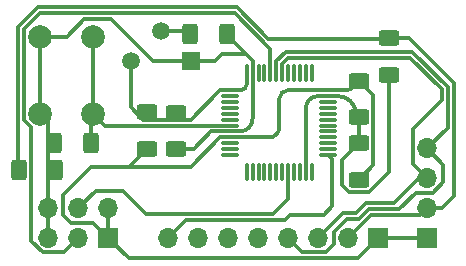
<source format=gbr>
%TF.GenerationSoftware,KiCad,Pcbnew,6.0.10-86aedd382b~118~ubuntu20.04.1*%
%TF.CreationDate,2022-12-23T10:28:09-05:00*%
%TF.ProjectId,stm_proto_2,73746d5f-7072-46f7-946f-5f322e6b6963,rev?*%
%TF.SameCoordinates,Original*%
%TF.FileFunction,Copper,L1,Top*%
%TF.FilePolarity,Positive*%
%FSLAX46Y46*%
G04 Gerber Fmt 4.6, Leading zero omitted, Abs format (unit mm)*
G04 Created by KiCad (PCBNEW 6.0.10-86aedd382b~118~ubuntu20.04.1) date 2022-12-23 10:28:09*
%MOMM*%
%LPD*%
G01*
G04 APERTURE LIST*
G04 Aperture macros list*
%AMRoundRect*
0 Rectangle with rounded corners*
0 $1 Rounding radius*
0 $2 $3 $4 $5 $6 $7 $8 $9 X,Y pos of 4 corners*
0 Add a 4 corners polygon primitive as box body*
4,1,4,$2,$3,$4,$5,$6,$7,$8,$9,$2,$3,0*
0 Add four circle primitives for the rounded corners*
1,1,$1+$1,$2,$3*
1,1,$1+$1,$4,$5*
1,1,$1+$1,$6,$7*
1,1,$1+$1,$8,$9*
0 Add four rect primitives between the rounded corners*
20,1,$1+$1,$2,$3,$4,$5,0*
20,1,$1+$1,$4,$5,$6,$7,0*
20,1,$1+$1,$6,$7,$8,$9,0*
20,1,$1+$1,$8,$9,$2,$3,0*%
G04 Aperture macros list end*
%TA.AperFunction,SMDPad,CuDef*%
%ADD10RoundRect,0.250000X-0.400000X-0.625000X0.400000X-0.625000X0.400000X0.625000X-0.400000X0.625000X0*%
%TD*%
%TA.AperFunction,SMDPad,CuDef*%
%ADD11RoundRect,0.250000X-0.625000X0.400000X-0.625000X-0.400000X0.625000X-0.400000X0.625000X0.400000X0*%
%TD*%
%TA.AperFunction,SMDPad,CuDef*%
%ADD12RoundRect,0.075000X-0.662500X-0.075000X0.662500X-0.075000X0.662500X0.075000X-0.662500X0.075000X0*%
%TD*%
%TA.AperFunction,SMDPad,CuDef*%
%ADD13RoundRect,0.075000X-0.075000X-0.662500X0.075000X-0.662500X0.075000X0.662500X-0.075000X0.662500X0*%
%TD*%
%TA.AperFunction,ComponentPad*%
%ADD14R,1.500000X1.500000*%
%TD*%
%TA.AperFunction,ComponentPad*%
%ADD15C,1.500000*%
%TD*%
%TA.AperFunction,ComponentPad*%
%ADD16C,2.000000*%
%TD*%
%TA.AperFunction,ComponentPad*%
%ADD17R,1.700000X1.700000*%
%TD*%
%TA.AperFunction,ComponentPad*%
%ADD18O,1.700000X1.700000*%
%TD*%
%TA.AperFunction,SMDPad,CuDef*%
%ADD19RoundRect,0.250000X0.400000X0.625000X-0.400000X0.625000X-0.400000X-0.625000X0.400000X-0.625000X0*%
%TD*%
%TA.AperFunction,SMDPad,CuDef*%
%ADD20RoundRect,0.250000X0.625000X-0.400000X0.625000X0.400000X-0.625000X0.400000X-0.625000X-0.400000X0*%
%TD*%
%TA.AperFunction,Conductor*%
%ADD21C,0.300000*%
%TD*%
G04 APERTURE END LIST*
D10*
%TO.P,C5,2*%
%TO.N,GND*%
X86800000Y-65500000D03*
%TO.P,C5,1*%
X83700000Y-65500000D03*
%TD*%
D11*
%TO.P,C5,1*%
%TO.N,GND*%
X115045623Y-54347811D03*
%TO.P,C5,2*%
X115045623Y-57447811D03*
%TD*%
%TO.P,C5,1*%
%TO.N,VCC*%
X94578330Y-60622013D03*
%TO.P,C5,2*%
X94578330Y-63722013D03*
%TD*%
D12*
%TO.P,U2,1,VBAT*%
%TO.N,VCC*%
X101587500Y-58750000D03*
%TO.P,U2,2,PC13*%
%TO.N,unconnected-(U2-Pad2)*%
X101587500Y-59250000D03*
%TO.P,U2,3,PC14*%
%TO.N,unconnected-(U2-Pad3)*%
X101587500Y-59750000D03*
%TO.P,U2,4,PC15*%
%TO.N,unconnected-(U2-Pad4)*%
X101587500Y-60250000D03*
%TO.P,U2,5,PD0*%
%TO.N,unconnected-(U2-Pad5)*%
X101587500Y-60750000D03*
%TO.P,U2,6,PD1*%
%TO.N,unconnected-(U2-Pad6)*%
X101587500Y-61250000D03*
%TO.P,U2,7,NRST*%
%TO.N,Net-(C3-Pad1)*%
X101587500Y-61750000D03*
%TO.P,U2,8,VSSA*%
%TO.N,GND*%
X101587500Y-62250000D03*
%TO.P,U2,9,VDDA*%
%TO.N,VCC*%
X101587500Y-62750000D03*
%TO.P,U2,10,PA0*%
%TO.N,unconnected-(U2-Pad10)*%
X101587500Y-63250000D03*
%TO.P,U2,11,PA1*%
%TO.N,unconnected-(U2-Pad11)*%
X101587500Y-63750000D03*
%TO.P,U2,12,PA2*%
%TO.N,unconnected-(U2-Pad12)*%
X101587500Y-64250000D03*
D13*
%TO.P,U2,13,PA3*%
%TO.N,unconnected-(U2-Pad13)*%
X103000000Y-65662500D03*
%TO.P,U2,14,PA4*%
%TO.N,unconnected-(U2-Pad14)*%
X103500000Y-65662500D03*
%TO.P,U2,15,PA5*%
%TO.N,unconnected-(U2-Pad15)*%
X104000000Y-65662500D03*
%TO.P,U2,16,PA6*%
%TO.N,unconnected-(U2-Pad16)*%
X104500000Y-65662500D03*
%TO.P,U2,17,PA7*%
%TO.N,unconnected-(U2-Pad17)*%
X105000000Y-65662500D03*
%TO.P,U2,18,PB0*%
%TO.N,unconnected-(U2-Pad18)*%
X105500000Y-65662500D03*
%TO.P,U2,19,PB1*%
%TO.N,unconnected-(U2-Pad19)*%
X106000000Y-65662500D03*
%TO.P,U2,20,PB2*%
%TO.N,/BOOT1*%
X106500000Y-65662500D03*
%TO.P,U2,21,PB10*%
%TO.N,unconnected-(U2-Pad21)*%
X107000000Y-65662500D03*
%TO.P,U2,22,PB11*%
%TO.N,unconnected-(U2-Pad22)*%
X107500000Y-65662500D03*
%TO.P,U2,23,VSS*%
%TO.N,GND*%
X108000000Y-65662500D03*
%TO.P,U2,24,VDD*%
%TO.N,VCC*%
X108500000Y-65662500D03*
D12*
%TO.P,U2,25,PB12*%
%TO.N,/INT*%
X109912500Y-64250000D03*
%TO.P,U2,26,PB13*%
%TO.N,unconnected-(U2-Pad26)*%
X109912500Y-63750000D03*
%TO.P,U2,27,PB14*%
%TO.N,unconnected-(U2-Pad27)*%
X109912500Y-63250000D03*
%TO.P,U2,28,PB15*%
%TO.N,unconnected-(U2-Pad28)*%
X109912500Y-62750000D03*
%TO.P,U2,29,PA8*%
%TO.N,unconnected-(U2-Pad29)*%
X109912500Y-62250000D03*
%TO.P,U2,30,PA9*%
%TO.N,unconnected-(U2-Pad30)*%
X109912500Y-61750000D03*
%TO.P,U2,31,PA10*%
%TO.N,unconnected-(U2-Pad31)*%
X109912500Y-61250000D03*
%TO.P,U2,32,PA11*%
%TO.N,unconnected-(U2-Pad32)*%
X109912500Y-60750000D03*
%TO.P,U2,33,PA12*%
%TO.N,unconnected-(U2-Pad33)*%
X109912500Y-60250000D03*
%TO.P,U2,34,PA13*%
%TO.N,unconnected-(U2-Pad34)*%
X109912500Y-59750000D03*
%TO.P,U2,35,VSS*%
%TO.N,GND*%
X109912500Y-59250000D03*
%TO.P,U2,36,VDD*%
%TO.N,VCC*%
X109912500Y-58750000D03*
D13*
%TO.P,U2,37,PA14*%
%TO.N,unconnected-(U2-Pad37)*%
X108500000Y-57337500D03*
%TO.P,U2,38,PA15*%
%TO.N,unconnected-(U2-Pad38)*%
X108000000Y-57337500D03*
%TO.P,U2,39,PB3*%
%TO.N,unconnected-(U2-Pad39)*%
X107500000Y-57337500D03*
%TO.P,U2,40,PB4*%
%TO.N,unconnected-(U2-Pad40)*%
X107000000Y-57337500D03*
%TO.P,U2,41,PB5*%
%TO.N,unconnected-(U2-Pad41)*%
X106500000Y-57337500D03*
%TO.P,U2,42,PB6*%
%TO.N,/SCL*%
X106000000Y-57337500D03*
%TO.P,U2,43,PB7*%
%TO.N,/SDA*%
X105500000Y-57337500D03*
%TO.P,U2,44,BOOT0*%
%TO.N,/BOOT0*%
X105000000Y-57337500D03*
%TO.P,U2,45,PB8*%
%TO.N,unconnected-(U2-Pad45)*%
X104500000Y-57337500D03*
%TO.P,U2,46,PB9*%
%TO.N,unconnected-(U2-Pad46)*%
X104000000Y-57337500D03*
%TO.P,U2,47,VSS*%
%TO.N,GND*%
X103500000Y-57337500D03*
%TO.P,U2,48,VDD*%
%TO.N,VCC*%
X103000000Y-57337500D03*
%TD*%
D14*
%TO.P,U1,1,GND*%
%TO.N,GND*%
X98290000Y-56270000D03*
D15*
%TO.P,U1,2,VI*%
%TO.N,/USB_5v*%
X95750000Y-53730000D03*
%TO.P,U1,3,VO*%
%TO.N,VCC*%
X93210000Y-56270000D03*
%TD*%
D16*
%TO.P,SW1,1,A*%
%TO.N,GND*%
X85500000Y-60750000D03*
X85500000Y-54250000D03*
%TO.P,SW1,2,B*%
%TO.N,Net-(C3-Pad1)*%
X90000000Y-54250000D03*
X90000000Y-60750000D03*
%TD*%
D17*
%TO.P,J3,1,Pin_1*%
%TO.N,VCC*%
X114130000Y-71250000D03*
D18*
%TO.P,J3,2,Pin_2*%
%TO.N,GND*%
X111590000Y-71250000D03*
%TO.P,J3,3,Pin_3*%
%TO.N,/SCL*%
X109050000Y-71250000D03*
%TO.P,J3,4,Pin_4*%
%TO.N,/SDA*%
X106510000Y-71250000D03*
%TO.P,J3,5,Pin_5*%
%TO.N,unconnected-(J3-Pad5)*%
X103970000Y-71250000D03*
%TO.P,J3,6,Pin_6*%
%TO.N,unconnected-(J3-Pad6)*%
X101430000Y-71250000D03*
%TO.P,J3,7,Pin_7*%
%TO.N,unconnected-(J3-Pad7)*%
X98890000Y-71250000D03*
%TO.P,J3,8,Pin_8*%
%TO.N,/INT*%
X96350000Y-71250000D03*
%TD*%
%TO.P,J2,4,Pin_4*%
%TO.N,/SDA*%
X118250000Y-63680000D03*
%TO.P,J2,3,Pin_3*%
%TO.N,/SCL*%
X118250000Y-66220000D03*
%TO.P,J2,2,Pin_2*%
%TO.N,GND*%
X118250000Y-68760000D03*
D17*
%TO.P,J2,1,Pin_1*%
%TO.N,VCC*%
X118250000Y-71300000D03*
%TD*%
D18*
%TO.P,J1,6,Pin_6*%
%TO.N,GND*%
X86210000Y-68710000D03*
%TO.P,J1,5,Pin_5*%
X86210000Y-71250000D03*
%TO.P,J1,4,Pin_4*%
%TO.N,/BOOT1*%
X88750000Y-68710000D03*
%TO.P,J1,3,Pin_3*%
%TO.N,/BOOT0*%
X88750000Y-71250000D03*
%TO.P,J1,2,Pin_2*%
%TO.N,VCC*%
X91290000Y-68710000D03*
D17*
%TO.P,J1,1,Pin_1*%
X91290000Y-71250000D03*
%TD*%
D11*
%TO.P,C5,2*%
%TO.N,GND*%
X97000000Y-63750000D03*
%TO.P,C5,1*%
%TO.N,VCC*%
X97000000Y-60650000D03*
%TD*%
%TO.P,C4,1*%
%TO.N,VCC*%
X112500000Y-57950000D03*
%TO.P,C4,2*%
%TO.N,GND*%
X112500000Y-61050000D03*
%TD*%
D19*
%TO.P,C3,2*%
%TO.N,GND*%
X86700000Y-63250000D03*
%TO.P,C3,1*%
%TO.N,Net-(C3-Pad1)*%
X89800000Y-63250000D03*
%TD*%
D20*
%TO.P,C2,1*%
%TO.N,VCC*%
X112500000Y-66350000D03*
%TO.P,C2,2*%
%TO.N,GND*%
X112500000Y-63250000D03*
%TD*%
D10*
%TO.P,C1,1*%
%TO.N,/USB_5v*%
X98200000Y-54000000D03*
%TO.P,C1,2*%
%TO.N,GND*%
X101300000Y-54000000D03*
%TD*%
D21*
%TO.N,GND*%
X83700000Y-65500000D02*
X83650000Y-65450000D01*
X83650000Y-65450000D02*
X83650000Y-53392894D01*
X83650000Y-53392894D02*
X85292894Y-51750000D01*
X85292894Y-51750000D02*
X102207106Y-51750000D01*
X102207106Y-51750000D02*
X104838289Y-54381183D01*
X104838289Y-54381183D02*
X115012251Y-54381183D01*
X115012251Y-54381183D02*
X115045623Y-54347811D01*
X115045623Y-54347811D02*
X116753898Y-54347811D01*
X116753898Y-54347811D02*
X120526014Y-58119927D01*
X120526014Y-58119927D02*
X120526014Y-67723986D01*
X120526014Y-67723986D02*
X119490000Y-68760000D01*
X119490000Y-68760000D02*
X118250000Y-68760000D01*
%TO.N,/SDA*%
X105500000Y-57337500D02*
X105500000Y-56292558D01*
X106292558Y-55500000D02*
X117018208Y-55500000D01*
X105500000Y-56292558D02*
X106292558Y-55500000D01*
X117018208Y-55500000D02*
X120000000Y-58481792D01*
X120000000Y-58481792D02*
X120000000Y-61930000D01*
X120000000Y-61930000D02*
X118250000Y-63680000D01*
%TO.N,/SCL*%
X106000000Y-57337500D02*
X106000000Y-56498959D01*
X106000000Y-56498959D02*
X106498959Y-56000000D01*
X106498959Y-56000000D02*
X116811102Y-56000000D01*
X116811102Y-56000000D02*
X119500000Y-58688898D01*
X119500000Y-58688898D02*
X119500000Y-59578709D01*
X119500000Y-59578709D02*
X117050000Y-62028709D01*
X117050000Y-62028709D02*
X117050000Y-65020000D01*
X117050000Y-65020000D02*
X118250000Y-66220000D01*
%TO.N,/SDA*%
X106510000Y-71250000D02*
X107710000Y-72450000D01*
X117299538Y-67420000D02*
X118747057Y-67420000D01*
X107710000Y-72450000D02*
X109716423Y-72450000D01*
X109716423Y-72450000D02*
X110390000Y-71776423D01*
X110390000Y-71776423D02*
X110390000Y-70752943D01*
X110390000Y-70752943D02*
X111488149Y-69654794D01*
X111488149Y-69654794D02*
X112478100Y-69654794D01*
X112478100Y-69654794D02*
X113323707Y-68809187D01*
X113323707Y-68809187D02*
X115910351Y-68809187D01*
X115910351Y-68809187D02*
X117299538Y-67420000D01*
X118747057Y-67420000D02*
X119614594Y-66552463D01*
X119614594Y-66552463D02*
X119614594Y-65044594D01*
X119614594Y-65044594D02*
X118250000Y-63680000D01*
%TO.N,GND*%
X115045623Y-57447811D02*
X115045623Y-65677905D01*
X111626472Y-67350000D02*
X111071220Y-66794748D01*
X111071220Y-64678780D02*
X112500000Y-63250000D01*
X115045623Y-65677905D02*
X113373528Y-67350000D01*
X113373528Y-67350000D02*
X111626472Y-67350000D01*
X111071220Y-66794748D02*
X111071220Y-64678780D01*
%TO.N,VCC*%
X112500000Y-66350000D02*
X113725000Y-65125000D01*
X113725000Y-65125000D02*
X113725000Y-59175000D01*
X113725000Y-59175000D02*
X112500000Y-57950000D01*
%TO.N,GND*%
X112500000Y-63250000D02*
X112500000Y-61050000D01*
%TO.N,VCC*%
X89812740Y-65250000D02*
X93050343Y-65250000D01*
X93050343Y-65250000D02*
X94578330Y-63722013D01*
X101587500Y-62750000D02*
X100748959Y-62750000D01*
X87462369Y-67600371D02*
X87462369Y-69284420D01*
X100748959Y-62750000D02*
X98248959Y-65250000D01*
X98248959Y-65250000D02*
X89812740Y-65250000D01*
X87462369Y-69284420D02*
X88151811Y-69973862D01*
X88151811Y-69973862D02*
X90013862Y-69973862D01*
X89812740Y-65250000D02*
X87462369Y-67600371D01*
X90013862Y-69973862D02*
X91290000Y-71250000D01*
%TO.N,/BOOT0*%
X88750000Y-71250000D02*
X87550000Y-72450000D01*
X84750000Y-71487057D02*
X84750000Y-61909189D01*
X87550000Y-72450000D02*
X85712943Y-72450000D01*
X85500000Y-52250000D02*
X102000000Y-52250000D01*
X85712943Y-72450000D02*
X84750000Y-71487057D01*
X84750000Y-61909189D02*
X84150000Y-61309189D01*
X84150000Y-61309189D02*
X84150000Y-53600000D01*
X84150000Y-53600000D02*
X85500000Y-52250000D01*
X102000000Y-52250000D02*
X105000000Y-55250000D01*
X105000000Y-55250000D02*
X105000000Y-57337500D01*
%TO.N,VCC*%
X91290000Y-71250000D02*
X92990000Y-72950000D01*
X92990000Y-72950000D02*
X112430000Y-72950000D01*
X112430000Y-72950000D02*
X114130000Y-71250000D01*
%TO.N,/SCL*%
X109050000Y-71250000D02*
X111145206Y-69154794D01*
X111145206Y-69154794D02*
X112270994Y-69154794D01*
X112270994Y-69154794D02*
X113116601Y-68309187D01*
X115459071Y-68309187D02*
X117548258Y-66220000D01*
X113116601Y-68309187D02*
X115459071Y-68309187D01*
X117548258Y-66220000D02*
X118250000Y-66220000D01*
%TO.N,GND*%
X97000000Y-63750000D02*
X98500000Y-63750000D01*
X98500000Y-63750000D02*
X100000000Y-62250000D01*
X100000000Y-62250000D02*
X101587500Y-62250000D01*
%TO.N,/BOOT1*%
X88750000Y-68710000D02*
X90210000Y-67250000D01*
X90210000Y-67250000D02*
X92500000Y-67250000D01*
X92500000Y-67250000D02*
X94500000Y-69250000D01*
X94500000Y-69250000D02*
X105250000Y-69250000D01*
X105250000Y-69250000D02*
X106500000Y-68000000D01*
X106500000Y-68000000D02*
X106500000Y-65662500D01*
%TO.N,GND*%
X85500000Y-60750000D02*
X85500000Y-54250000D01*
%TO.N,Net-(C3-Pad1)*%
X89800000Y-63250000D02*
X89800000Y-60950000D01*
X89800000Y-60950000D02*
X90000000Y-60750000D01*
%TO.N,/INT*%
X96350000Y-71250000D02*
X97850000Y-69750000D01*
X97850000Y-69750000D02*
X106250000Y-69750000D01*
X106250000Y-69750000D02*
X106684370Y-69315630D01*
X106684370Y-69315630D02*
X109529217Y-69315630D01*
X109529217Y-69315630D02*
X110257693Y-68587154D01*
X110257693Y-68587154D02*
X110257693Y-64595193D01*
X110257693Y-64595193D02*
X109912500Y-64250000D01*
%TO.N,GND*%
X101300000Y-54050000D02*
X103000000Y-55750000D01*
X101300000Y-54000000D02*
X101300000Y-54050000D01*
X103500000Y-56250000D02*
X103500000Y-57337500D01*
X103000000Y-55750000D02*
X103500000Y-56250000D01*
X102899128Y-55649128D02*
X103000000Y-55750000D01*
X100930523Y-55649128D02*
X102899128Y-55649128D01*
X100309651Y-56270000D02*
X100930523Y-55649128D01*
X98290000Y-56270000D02*
X100309651Y-56270000D01*
%TO.N,VCC*%
X93210000Y-56270000D02*
X93210000Y-60210000D01*
X93210000Y-60210000D02*
X94250000Y-61250000D01*
X100500000Y-59000000D02*
X100500000Y-58998959D01*
X94250000Y-61250000D02*
X98250000Y-61250000D01*
X100748959Y-58750000D02*
X101587500Y-58750000D01*
X98250000Y-61250000D02*
X100500000Y-59000000D01*
X100500000Y-58998959D02*
X100748959Y-58750000D01*
%TO.N,/USB_5v*%
X95750000Y-53730000D02*
X97930000Y-53730000D01*
X97930000Y-53730000D02*
X98200000Y-54000000D01*
%TO.N,VCC*%
X91290000Y-68710000D02*
X91290000Y-71250000D01*
%TO.N,GND*%
X86210000Y-71250000D02*
X86210000Y-68710000D01*
X86210000Y-68710000D02*
X86210000Y-61460000D01*
X86210000Y-61460000D02*
X85500000Y-60750000D01*
X85500000Y-54250000D02*
X87750000Y-54250000D01*
X87750000Y-54250000D02*
X89250000Y-52750000D01*
X89250000Y-52750000D02*
X91515698Y-52750000D01*
X91515698Y-52750000D02*
X95035698Y-56270000D01*
X95035698Y-56270000D02*
X98290000Y-56270000D01*
%TO.N,Net-(C3-Pad1)*%
X90000000Y-60750000D02*
X90000000Y-54250000D01*
X101587500Y-61750000D02*
X91000000Y-61750000D01*
X91000000Y-61750000D02*
X90000000Y-60750000D01*
%TO.N,/SDA*%
X106510000Y-71250000D02*
X106933668Y-71250000D01*
%TO.N,GND*%
X111590000Y-71250000D02*
X113530813Y-69309187D01*
X113530813Y-69309187D02*
X117700813Y-69309187D01*
X117700813Y-69309187D02*
X118250000Y-68760000D01*
%TO.N,VCC*%
X114130000Y-71250000D02*
X118200000Y-71250000D01*
X118250000Y-71300000D02*
G75*
G03*
X118200000Y-71250000I-50000J0D01*
G01*
%TO.N,GND*%
X110715685Y-59250001D02*
G75*
G02*
X112247961Y-60663722I-1985J-1539399D01*
G01*
X112500000Y-61050000D02*
X112247962Y-60797962D01*
%TO.N,VCC*%
X112157511Y-58292489D02*
X112157511Y-58328172D01*
X111450000Y-58750000D02*
X109912500Y-58750000D01*
X111450000Y-58750021D02*
G75*
G03*
X112157511Y-58328172I-2200J807921D01*
G01*
X112500000Y-57950000D02*
X112157511Y-58292489D01*
%TO.N,GND*%
X112247962Y-60797962D02*
X112247962Y-60663722D01*
X110715685Y-59250000D02*
X109912500Y-59250000D01*
%TO.N,VCC*%
X105750000Y-59500000D02*
X105750000Y-61899627D01*
X105750000Y-61899627D02*
G75*
G02*
X104899627Y-62750000I-850400J27D01*
G01*
X101587500Y-62750000D02*
X104899627Y-62750000D01*
X106500000Y-58750000D02*
G75*
G03*
X105750000Y-59500000I0J-750000D01*
G01*
X106500000Y-58750000D02*
X109912500Y-58750000D01*
%TO.N,GND*%
X109912500Y-59250000D02*
X109025000Y-59250000D01*
X108000000Y-60275000D02*
G75*
G02*
X109025000Y-59250000I1025000J0D01*
G01*
X108000000Y-60275000D02*
X108000000Y-65662500D01*
X101587500Y-62250000D02*
X102390685Y-62250000D01*
X103500000Y-61140685D02*
G75*
G02*
X102390685Y-62250000I-1109300J-15D01*
G01*
X103500000Y-61140685D02*
X103500000Y-57337500D01*
%TO.N,VCC*%
X102500000Y-58750000D02*
X101587500Y-58750000D01*
X103000000Y-57337500D02*
X103000000Y-58250000D01*
X102500000Y-58750000D02*
G75*
G03*
X103000000Y-58250000I0J500000D01*
G01*
%TD*%
M02*

</source>
